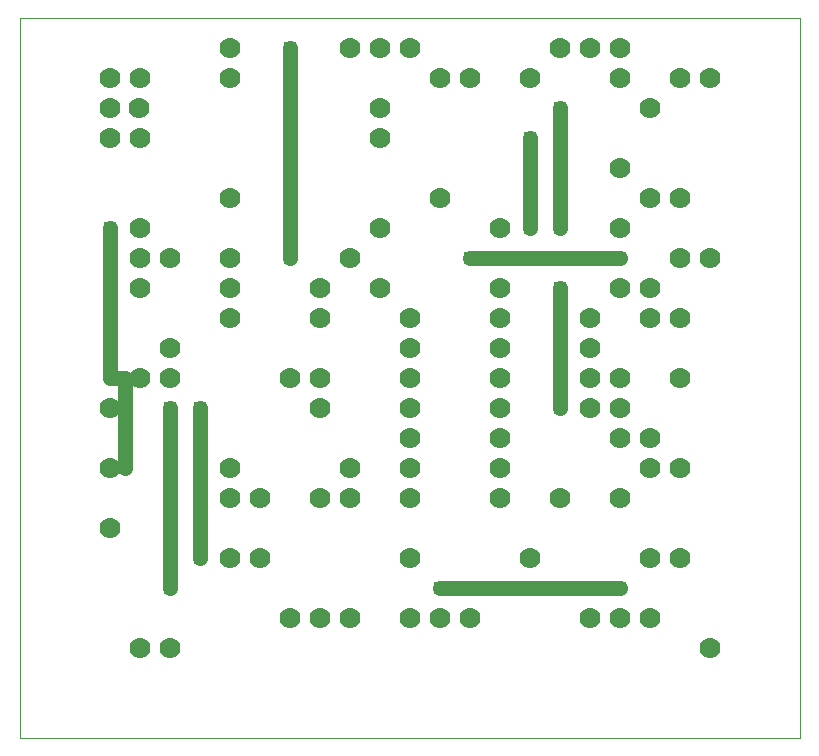
<source format=gtl>
G75*
%MOIN*%
%OFA0B0*%
%FSLAX25Y25*%
%IPPOS*%
%LPD*%
%AMOC8*
5,1,8,0,0,1.08239X$1,22.5*
%
%ADD10C,0.00000*%
%ADD11C,0.07000*%
%ADD12C,0.05000*%
%ADD13R,0.03962X0.03962*%
D10*
X0028318Y0024667D02*
X0028318Y0264667D01*
X0288318Y0264667D01*
X0288318Y0024667D01*
X0028318Y0024667D01*
D11*
X0068318Y0054667D03*
X0078318Y0054667D03*
X0098318Y0084667D03*
X0108318Y0084667D03*
X0108318Y0104667D03*
X0098318Y0104667D03*
X0098318Y0114667D03*
X0118318Y0144667D03*
X0128318Y0144667D03*
X0128318Y0134667D03*
X0138318Y0114667D03*
X0138318Y0104667D03*
X0128318Y0104667D03*
X0158318Y0104667D03*
X0158318Y0114667D03*
X0158318Y0124667D03*
X0158318Y0134667D03*
X0158318Y0144667D03*
X0158318Y0154667D03*
X0158318Y0164667D03*
X0148318Y0174667D03*
X0138318Y0184667D03*
X0148318Y0194667D03*
X0128318Y0174667D03*
X0128318Y0164667D03*
X0098318Y0164667D03*
X0098318Y0174667D03*
X0098318Y0184667D03*
X0098318Y0204667D03*
X0078318Y0184667D03*
X0068318Y0184667D03*
X0068318Y0194667D03*
X0068318Y0174667D03*
X0078318Y0154667D03*
X0078318Y0144667D03*
X0068318Y0144667D03*
X0058318Y0134667D03*
X0058318Y0114667D03*
X0058318Y0094667D03*
X0118318Y0064667D03*
X0128318Y0064667D03*
X0138318Y0064667D03*
X0158318Y0064667D03*
X0168318Y0064667D03*
X0178318Y0064667D03*
X0198318Y0084667D03*
X0208318Y0104667D03*
X0228318Y0104667D03*
X0238318Y0114667D03*
X0238318Y0124667D03*
X0248318Y0114667D03*
X0228318Y0124667D03*
X0228318Y0134667D03*
X0228318Y0144667D03*
X0218318Y0144667D03*
X0218318Y0154667D03*
X0218318Y0164667D03*
X0228318Y0174667D03*
X0238318Y0174667D03*
X0248318Y0184667D03*
X0258318Y0184667D03*
X0248318Y0204667D03*
X0238318Y0204667D03*
X0228318Y0214667D03*
X0228318Y0194667D03*
X0238318Y0164667D03*
X0248318Y0164667D03*
X0248318Y0144667D03*
X0218318Y0134667D03*
X0188318Y0134667D03*
X0188318Y0144667D03*
X0188318Y0154667D03*
X0188318Y0164667D03*
X0188318Y0174667D03*
X0188318Y0194667D03*
X0168318Y0204667D03*
X0148318Y0224667D03*
X0148318Y0234667D03*
X0148318Y0254667D03*
X0158318Y0254667D03*
X0158318Y0254667D03*
X0168318Y0244667D03*
X0178318Y0244667D03*
X0198318Y0244667D03*
X0208318Y0254667D03*
X0208318Y0254667D03*
X0218318Y0254667D03*
X0228318Y0254667D03*
X0228318Y0254667D03*
X0228318Y0244667D03*
X0238318Y0234667D03*
X0248318Y0244667D03*
X0258318Y0244667D03*
X0188318Y0124667D03*
X0188318Y0114667D03*
X0188318Y0104667D03*
X0158318Y0084667D03*
X0218318Y0064667D03*
X0228318Y0064667D03*
X0238318Y0064667D03*
X0238318Y0084667D03*
X0248318Y0084667D03*
X0258318Y0054667D03*
X0098318Y0244667D03*
X0098318Y0254667D03*
X0068318Y0244667D03*
X0058318Y0244667D03*
X0058318Y0234667D03*
X0068003Y0234667D03*
X0068318Y0224667D03*
X0058318Y0224667D03*
X0138318Y0254667D03*
X0138318Y0254667D03*
D12*
X0118318Y0254667D02*
X0118318Y0184667D01*
X0088318Y0134667D02*
X0088318Y0084667D01*
X0078318Y0074667D02*
X0078318Y0134667D01*
X0063318Y0144667D02*
X0058318Y0144667D01*
X0058318Y0194667D01*
X0063318Y0144667D02*
X0063318Y0114667D01*
X0168318Y0074667D02*
X0228318Y0074667D01*
X0208318Y0134667D02*
X0208318Y0174667D01*
X0208318Y0194667D02*
X0208318Y0234667D01*
X0198318Y0224667D02*
X0198318Y0194667D01*
X0178318Y0184667D02*
X0228318Y0184667D01*
D13*
X0228318Y0184667D03*
X0208318Y0194667D03*
X0198318Y0194667D03*
X0208318Y0174667D03*
X0178318Y0184667D03*
X0198318Y0224667D03*
X0208318Y0234667D03*
X0118318Y0254667D03*
X0058318Y0194667D03*
X0118318Y0184667D03*
X0088318Y0134667D03*
X0078318Y0134667D03*
X0063318Y0114667D03*
X0088318Y0084667D03*
X0078318Y0074667D03*
X0168318Y0074667D03*
X0228318Y0074667D03*
X0208318Y0134667D03*
M02*

</source>
